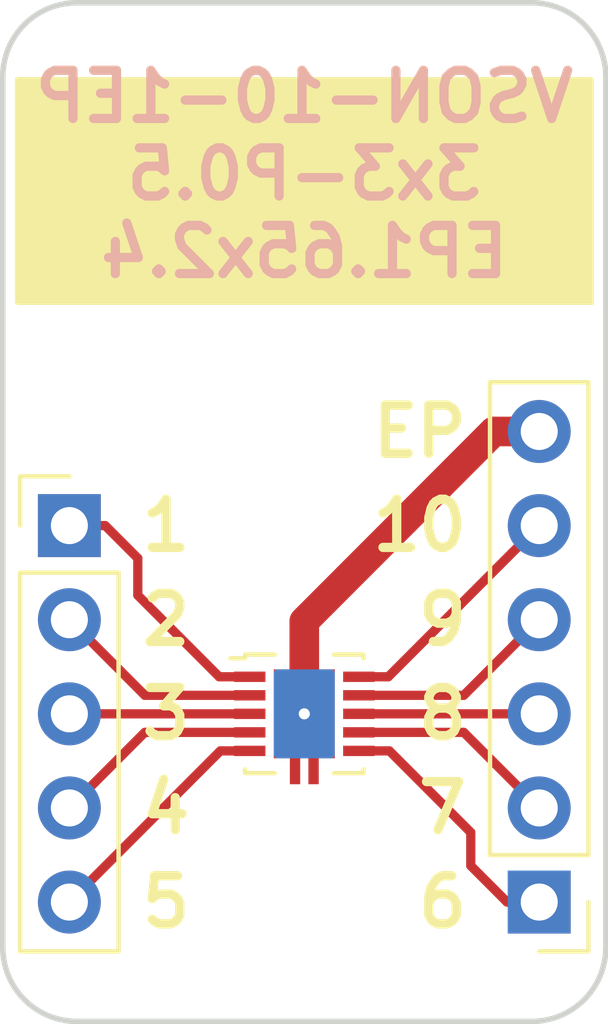
<source format=kicad_pcb>
(kicad_pcb (version 20171130) (host pcbnew 5.1.7-a382d34a8~87~ubuntu20.04.1)

  (general
    (thickness 1)
    (drawings 22)
    (tracks 32)
    (zones 0)
    (modules 3)
    (nets 12)
  )

  (page A4)
  (title_block
    (title BRK-VSON-10-1EP-3x3-P0.5-EP1.65x2.4)
    (rev v1.0)
    (company https://gekkio.fi)
  )

  (layers
    (0 F.Cu signal)
    (31 B.Cu signal)
    (32 B.Adhes user)
    (33 F.Adhes user)
    (34 B.Paste user)
    (35 F.Paste user)
    (36 B.SilkS user)
    (37 F.SilkS user)
    (38 B.Mask user)
    (39 F.Mask user)
    (40 Dwgs.User user)
    (41 Cmts.User user)
    (42 Eco1.User user)
    (43 Eco2.User user)
    (44 Edge.Cuts user)
    (45 Margin user)
    (46 B.CrtYd user)
    (47 F.CrtYd user)
    (48 B.Fab user)
    (49 F.Fab user)
  )

  (setup
    (last_trace_width 0.25)
    (trace_clearance 0.2)
    (zone_clearance 0.508)
    (zone_45_only no)
    (trace_min 0.2)
    (via_size 0.8)
    (via_drill 0.4)
    (via_min_size 0.4)
    (via_min_drill 0.3)
    (uvia_size 0.3)
    (uvia_drill 0.1)
    (uvias_allowed no)
    (uvia_min_size 0.2)
    (uvia_min_drill 0.1)
    (edge_width 0.05)
    (segment_width 0.2)
    (pcb_text_width 0.3)
    (pcb_text_size 1.5 1.5)
    (mod_edge_width 0.12)
    (mod_text_size 1 1)
    (mod_text_width 0.15)
    (pad_size 1.524 1.524)
    (pad_drill 0.762)
    (pad_to_mask_clearance 0)
    (aux_axis_origin 0 0)
    (visible_elements FFFFFF7F)
    (pcbplotparams
      (layerselection 0x010fc_ffffffff)
      (usegerberextensions false)
      (usegerberattributes true)
      (usegerberadvancedattributes true)
      (creategerberjobfile true)
      (excludeedgelayer true)
      (linewidth 0.150000)
      (plotframeref false)
      (viasonmask false)
      (mode 1)
      (useauxorigin false)
      (hpglpennumber 1)
      (hpglpenspeed 20)
      (hpglpendiameter 15.000000)
      (psnegative false)
      (psa4output false)
      (plotreference true)
      (plotvalue true)
      (plotinvisibletext false)
      (padsonsilk false)
      (subtractmaskfromsilk false)
      (outputformat 1)
      (mirror false)
      (drillshape 0)
      (scaleselection 1)
      (outputdirectory "gerber/"))
  )

  (net 0 "")
  (net 1 PIN1)
  (net 2 PIN2)
  (net 3 PIN3)
  (net 4 PIN4)
  (net 5 PIN5)
  (net 6 PIN6)
  (net 7 PIN7)
  (net 8 PIN8)
  (net 9 PIN9)
  (net 10 PIN10)
  (net 11 EP)

  (net_class Default "This is the default net class."
    (clearance 0.2)
    (trace_width 0.25)
    (via_dia 0.8)
    (via_drill 0.4)
    (uvia_dia 0.3)
    (uvia_drill 0.1)
    (add_net EP)
    (add_net PIN1)
    (add_net PIN10)
    (add_net PIN2)
    (add_net PIN3)
    (add_net PIN4)
    (add_net PIN5)
    (add_net PIN6)
    (add_net PIN7)
    (add_net PIN8)
    (add_net PIN9)
  )

  (module PinHeader_1x06_P2.54mm_Vertical (layer F.Cu) (tedit 59FED5CC) (tstamp 5F774D35)
    (at 106.35 105.08 180)
    (descr "Through hole straight pin header, 1x06, 2.54mm pitch, single row")
    (tags "Through hole pin header THT 1x06 2.54mm single row")
    (fp_text reference J2 (at 0 -2.33 180) (layer F.SilkS) hide
      (effects (font (size 1 1) (thickness 0.15)))
    )
    (fp_text value PinHeader_1x06_P2.54mm_Vertical (at 0 15.03 180) (layer F.Fab) hide
      (effects (font (size 1 1) (thickness 0.15)))
    )
    (fp_line (start 1.8 -1.8) (end -1.8 -1.8) (layer F.CrtYd) (width 0.05))
    (fp_line (start 1.8 14.5) (end 1.8 -1.8) (layer F.CrtYd) (width 0.05))
    (fp_line (start -1.8 14.5) (end 1.8 14.5) (layer F.CrtYd) (width 0.05))
    (fp_line (start -1.8 -1.8) (end -1.8 14.5) (layer F.CrtYd) (width 0.05))
    (fp_line (start -1.33 -1.33) (end 0 -1.33) (layer F.SilkS) (width 0.12))
    (fp_line (start -1.33 0) (end -1.33 -1.33) (layer F.SilkS) (width 0.12))
    (fp_line (start -1.33 1.27) (end 1.33 1.27) (layer F.SilkS) (width 0.12))
    (fp_line (start 1.33 1.27) (end 1.33 14.03) (layer F.SilkS) (width 0.12))
    (fp_line (start -1.33 1.27) (end -1.33 14.03) (layer F.SilkS) (width 0.12))
    (fp_line (start -1.33 14.03) (end 1.33 14.03) (layer F.SilkS) (width 0.12))
    (fp_line (start -1.27 -0.635) (end -0.635 -1.27) (layer F.Fab) (width 0.1))
    (fp_line (start -1.27 13.97) (end -1.27 -0.635) (layer F.Fab) (width 0.1))
    (fp_line (start 1.27 13.97) (end -1.27 13.97) (layer F.Fab) (width 0.1))
    (fp_line (start 1.27 -1.27) (end 1.27 13.97) (layer F.Fab) (width 0.1))
    (fp_line (start -0.635 -1.27) (end 1.27 -1.27) (layer F.Fab) (width 0.1))
    (fp_text user %R (at 0 6.35 270) (layer F.Fab)
      (effects (font (size 1 1) (thickness 0.15)))
    )
    (pad 6 thru_hole oval (at 0 12.7 180) (size 1.7 1.7) (drill 1) (layers *.Cu *.Mask)
      (net 11 EP))
    (pad 5 thru_hole oval (at 0 10.16 180) (size 1.7 1.7) (drill 1) (layers *.Cu *.Mask)
      (net 10 PIN10))
    (pad 4 thru_hole oval (at 0 7.62 180) (size 1.7 1.7) (drill 1) (layers *.Cu *.Mask)
      (net 9 PIN9))
    (pad 3 thru_hole oval (at 0 5.08 180) (size 1.7 1.7) (drill 1) (layers *.Cu *.Mask)
      (net 8 PIN8))
    (pad 2 thru_hole oval (at 0 2.54 180) (size 1.7 1.7) (drill 1) (layers *.Cu *.Mask)
      (net 7 PIN7))
    (pad 1 thru_hole rect (at 0 0 180) (size 1.7 1.7) (drill 1) (layers *.Cu *.Mask)
      (net 6 PIN6))
    (model ${KISYS3DMOD}/Connector_PinHeader_2.54mm.3dshapes/PinHeader_1x06_P2.54mm_Vertical.wrl
      (at (xyz 0 0 0))
      (scale (xyz 1 1 1))
      (rotate (xyz 0 0 0))
    )
  )

  (module PinHeader_1x05_P2.54mm_Vertical (layer F.Cu) (tedit 59FED5CC) (tstamp 5F774D1D)
    (at 93.65 94.92)
    (descr "Through hole straight pin header, 1x05, 2.54mm pitch, single row")
    (tags "Through hole pin header THT 1x05 2.54mm single row")
    (fp_text reference J1 (at 0 -2.33) (layer F.SilkS) hide
      (effects (font (size 1 1) (thickness 0.15)))
    )
    (fp_text value PinHeader_1x05_P2.54mm_Vertical (at 0 12.49) (layer F.Fab) hide
      (effects (font (size 1 1) (thickness 0.15)))
    )
    (fp_line (start 1.8 -1.8) (end -1.8 -1.8) (layer F.CrtYd) (width 0.05))
    (fp_line (start 1.8 11.95) (end 1.8 -1.8) (layer F.CrtYd) (width 0.05))
    (fp_line (start -1.8 11.95) (end 1.8 11.95) (layer F.CrtYd) (width 0.05))
    (fp_line (start -1.8 -1.8) (end -1.8 11.95) (layer F.CrtYd) (width 0.05))
    (fp_line (start -1.33 -1.33) (end 0 -1.33) (layer F.SilkS) (width 0.12))
    (fp_line (start -1.33 0) (end -1.33 -1.33) (layer F.SilkS) (width 0.12))
    (fp_line (start -1.33 1.27) (end 1.33 1.27) (layer F.SilkS) (width 0.12))
    (fp_line (start 1.33 1.27) (end 1.33 11.49) (layer F.SilkS) (width 0.12))
    (fp_line (start -1.33 1.27) (end -1.33 11.49) (layer F.SilkS) (width 0.12))
    (fp_line (start -1.33 11.49) (end 1.33 11.49) (layer F.SilkS) (width 0.12))
    (fp_line (start -1.27 -0.635) (end -0.635 -1.27) (layer F.Fab) (width 0.1))
    (fp_line (start -1.27 11.43) (end -1.27 -0.635) (layer F.Fab) (width 0.1))
    (fp_line (start 1.27 11.43) (end -1.27 11.43) (layer F.Fab) (width 0.1))
    (fp_line (start 1.27 -1.27) (end 1.27 11.43) (layer F.Fab) (width 0.1))
    (fp_line (start -0.635 -1.27) (end 1.27 -1.27) (layer F.Fab) (width 0.1))
    (fp_text user %R (at 0 5.08 90) (layer F.Fab)
      (effects (font (size 1 1) (thickness 0.15)))
    )
    (pad 5 thru_hole oval (at 0 10.16) (size 1.7 1.7) (drill 1) (layers *.Cu *.Mask)
      (net 5 PIN5))
    (pad 4 thru_hole oval (at 0 7.62) (size 1.7 1.7) (drill 1) (layers *.Cu *.Mask)
      (net 4 PIN4))
    (pad 3 thru_hole oval (at 0 5.08) (size 1.7 1.7) (drill 1) (layers *.Cu *.Mask)
      (net 3 PIN3))
    (pad 2 thru_hole oval (at 0 2.54) (size 1.7 1.7) (drill 1) (layers *.Cu *.Mask)
      (net 2 PIN2))
    (pad 1 thru_hole rect (at 0 0) (size 1.7 1.7) (drill 1) (layers *.Cu *.Mask)
      (net 1 PIN1))
    (model ${KISYS3DMOD}/Connector_PinHeader_2.54mm.3dshapes/PinHeader_1x05_P2.54mm_Vertical.wrl
      (at (xyz 0 0 0))
      (scale (xyz 1 1 1))
      (rotate (xyz 0 0 0))
    )
  )

  (module VSON-10-1EP_3x3mm_P0.5mm_EP1.65x2.4mm (layer F.Cu) (tedit 5A65EDEB) (tstamp 5F774AC6)
    (at 100 100)
    (descr "VSON 10 Thermal on 11 3x3mm Pitch 0.5mm http://chip.tomsk.ru/chip/chipdoc.nsf/Package/D8A64DD165C2AAD9472579400024FC41!OpenDocument")
    (tags "VSON 10 Thermal on 11 3x3mm Pitch 0.5mm")
    (attr smd)
    (fp_text reference U1 (at 0 -2.9) (layer F.SilkS) hide
      (effects (font (size 1 1) (thickness 0.15)))
    )
    (fp_text value VSON-10-1EP_3x3mm_P0.5mm_EP1.65x2.4mm (at 0 3) (layer F.Fab) hide
      (effects (font (size 1 1) (thickness 0.15)))
    )
    (fp_line (start -0.5 -1.5) (end 1.5 -1.5) (layer F.Fab) (width 0.1))
    (fp_line (start 1.5 -1.5) (end 1.5 1.5) (layer F.Fab) (width 0.1))
    (fp_line (start -1.5 -0.5) (end -1.5 1.5) (layer F.Fab) (width 0.1))
    (fp_line (start -1.5 1.5) (end 1.5 1.5) (layer F.Fab) (width 0.1))
    (fp_line (start -0.8 -1.6) (end -1.6 -1.6) (layer F.SilkS) (width 0.12))
    (fp_line (start -1.6 -1.6) (end -1.6 -1.5) (layer F.SilkS) (width 0.12))
    (fp_line (start 0.8 -1.6) (end 1.6 -1.6) (layer F.SilkS) (width 0.12))
    (fp_line (start 1.6 -1.6) (end 1.6 -1.5) (layer F.SilkS) (width 0.12))
    (fp_line (start -1.6 1.5) (end -1.6 1.6) (layer F.SilkS) (width 0.12))
    (fp_line (start -1.6 1.6) (end -0.8 1.6) (layer F.SilkS) (width 0.12))
    (fp_line (start 0.8 1.6) (end 1.6 1.6) (layer F.SilkS) (width 0.12))
    (fp_line (start 1.6 1.6) (end 1.6 1.5) (layer F.SilkS) (width 0.12))
    (fp_line (start -2.15 -2.15) (end 2.15 -2.15) (layer F.CrtYd) (width 0.05))
    (fp_line (start 2.15 -2.15) (end 2.15 2.15) (layer F.CrtYd) (width 0.05))
    (fp_line (start 2.15 2.15) (end -2.15 2.15) (layer F.CrtYd) (width 0.05))
    (fp_line (start -2.15 2.15) (end -2.15 -2.15) (layer F.CrtYd) (width 0.05))
    (fp_line (start -1.6 -1.5) (end -2 -1.5) (layer F.SilkS) (width 0.12))
    (fp_line (start -1.5 -0.5) (end -0.5 -1.5) (layer F.Fab) (width 0.1))
    (fp_text user %R (at 0 0) (layer F.Fab)
      (effects (font (size 0.8 0.8) (thickness 0.1)))
    )
    (pad "" smd rect (at 0.4125 -0.8) (size 0.64 0.64) (layers F.Paste))
    (pad "" smd rect (at -0.4125 -0.8) (size 0.64 0.64) (layers F.Paste))
    (pad "" smd rect (at 0.4125 0) (size 0.64 0.64) (layers F.Paste))
    (pad "" smd rect (at -0.4125 0) (size 0.64 0.64) (layers F.Paste))
    (pad "" smd rect (at -0.4125 0.8) (size 0.64 0.64) (layers F.Paste))
    (pad 11 smd rect (at 0.25 1.55) (size 0.28 0.7) (layers F.Cu F.Paste F.Mask)
      (net 11 EP))
    (pad 11 smd rect (at 0.25 -1.55) (size 0.28 0.7) (layers F.Cu F.Paste F.Mask)
      (net 11 EP))
    (pad 11 smd rect (at -0.25 1.55) (size 0.28 0.7) (layers F.Cu F.Paste F.Mask)
      (net 11 EP))
    (pad 11 smd rect (at -0.25 -1.55) (size 0.28 0.7) (layers F.Cu F.Paste F.Mask)
      (net 11 EP))
    (pad "" smd rect (at 0.4125 0.8) (size 0.64 0.64) (layers F.Paste))
    (pad 11 smd rect (at 0 0) (size 1.65 2.4) (layers F.Cu F.Mask)
      (net 11 EP))
    (pad 10 smd rect (at 1.475 -1) (size 0.85 0.28) (layers F.Cu F.Paste F.Mask)
      (net 10 PIN10))
    (pad 9 smd rect (at 1.475 -0.5) (size 0.85 0.28) (layers F.Cu F.Paste F.Mask)
      (net 9 PIN9))
    (pad 8 smd rect (at 1.475 0) (size 0.85 0.28) (layers F.Cu F.Paste F.Mask)
      (net 8 PIN8))
    (pad 7 smd rect (at 1.475 0.5) (size 0.85 0.28) (layers F.Cu F.Paste F.Mask)
      (net 7 PIN7))
    (pad 6 smd rect (at 1.475 1) (size 0.85 0.28) (layers F.Cu F.Paste F.Mask)
      (net 6 PIN6))
    (pad 5 smd rect (at -1.475 1) (size 0.85 0.28) (layers F.Cu F.Paste F.Mask)
      (net 5 PIN5))
    (pad 4 smd rect (at -1.475 0.5) (size 0.85 0.28) (layers F.Cu F.Paste F.Mask)
      (net 4 PIN4))
    (pad 3 smd rect (at -1.475 0) (size 0.85 0.28) (layers F.Cu F.Paste F.Mask)
      (net 3 PIN3))
    (pad 2 smd rect (at -1.475 -0.5) (size 0.85 0.28) (layers F.Cu F.Paste F.Mask)
      (net 2 PIN2))
    (pad 1 smd rect (at -1.475 -1) (size 0.85 0.28) (layers F.Cu F.Paste F.Mask)
      (net 1 PIN1))
    (model ${KISYS3DMOD}/Package_SON.3dshapes/VSON-10-1EP_3x3mm_P0.5mm_EP1.65x2.4mm.wrl
      (at (xyz 0 0 0))
      (scale (xyz 1 1 1))
      (rotate (xyz 0 0 0))
    )
  )

  (gr_arc (start 106.15 82.81) (end 106.15 80.81) (angle 90) (layer Edge.Cuts) (width 0.15))
  (gr_arc (start 93.85 82.81) (end 91.85 82.81) (angle 90) (layer Edge.Cuts) (width 0.15))
  (gr_arc (start 93.85 106.3) (end 93.85 108.3) (angle 90) (layer Edge.Cuts) (width 0.15))
  (gr_arc (start 106.15 106.3) (end 108.15 106.3) (angle 90) (layer Edge.Cuts) (width 0.15))
  (gr_line (start 93.85 108.3) (end 106.15 108.3) (layer Edge.Cuts) (width 0.15))
  (gr_line (start 93.85 80.81) (end 106.15 80.81) (layer Edge.Cuts) (width 0.15))
  (gr_line (start 108.15 106.3) (end 108.15 82.81) (layer Edge.Cuts) (width 0.15))
  (gr_line (start 91.85 82.81) (end 91.85 106.3) (layer Edge.Cuts) (width 0.15))
  (gr_text EP (at 104.52 92.38) (layer F.SilkS)
    (effects (font (size 1.3 1.3) (thickness 0.25)) (justify right))
  )
  (gr_text 10 (at 104.52 94.92) (layer F.SilkS)
    (effects (font (size 1.3 1.3) (thickness 0.25)) (justify right))
  )
  (gr_text 9 (at 104.52 97.46) (layer F.SilkS)
    (effects (font (size 1.3 1.3) (thickness 0.25)) (justify right))
  )
  (gr_text 8 (at 104.52 100) (layer F.SilkS)
    (effects (font (size 1.3 1.3) (thickness 0.25)) (justify right))
  )
  (gr_text 7 (at 104.52 102.54) (layer F.SilkS)
    (effects (font (size 1.3 1.3) (thickness 0.25)) (justify right))
  )
  (gr_text 6 (at 104.52 105.08) (layer F.SilkS)
    (effects (font (size 1.3 1.3) (thickness 0.25)) (justify right))
  )
  (gr_text 5 (at 95.48 105.08) (layer F.SilkS)
    (effects (font (size 1.3 1.3) (thickness 0.25)) (justify left))
  )
  (gr_text 4 (at 95.48 102.54) (layer F.SilkS)
    (effects (font (size 1.3 1.3) (thickness 0.25)) (justify left))
  )
  (gr_text 3 (at 95.48 100) (layer F.SilkS)
    (effects (font (size 1.3 1.3) (thickness 0.25)) (justify left))
  )
  (gr_text 2 (at 95.48 97.46) (layer F.SilkS)
    (effects (font (size 1.3 1.3) (thickness 0.25)) (justify left))
  )
  (gr_text 1 (at 95.48 94.92) (layer F.SilkS)
    (effects (font (size 1.3 1.3) (thickness 0.25)) (justify left))
  )
  (gr_text "VSON-10-1EP\n3x3-P0.5\nEP1.65x2.4" (at 100 88.29) (layer B.SilkS)
    (effects (font (size 1.3 1.3) (thickness 0.25)) (justify bottom mirror))
  )
  (gr_poly (pts (xy 99.175 98.8) (xy 99.175 101.2) (xy 100.825 101.2) (xy 100.825 98.8)) (layer B.Mask) (width 0.1))
  (gr_poly (pts (xy 92.25 82.89) (xy 92.25 88.89) (xy 107.75 88.89) (xy 107.75 82.89)) (layer F.SilkS) (width 0.15))

  (segment (start 94.62 94.92) (end 93.65 94.92) (width 0.25) (layer F.Cu) (net 1))
  (segment (start 95.5 95.8) (end 94.62 94.92) (width 0.25) (layer F.Cu) (net 1))
  (segment (start 95.5 96.8) (end 95.5 95.8) (width 0.25) (layer F.Cu) (net 1))
  (segment (start 97.7 99) (end 95.5 96.8) (width 0.25) (layer F.Cu) (net 1))
  (segment (start 98.525 99) (end 97.7 99) (width 0.25) (layer F.Cu) (net 1))
  (segment (start 95.69 99.5) (end 93.65 97.46) (width 0.25) (layer F.Cu) (net 2))
  (segment (start 98.525 99.5) (end 95.69 99.5) (width 0.25) (layer F.Cu) (net 2))
  (segment (start 98.525 100) (end 93.65 100) (width 0.25) (layer F.Cu) (net 3))
  (segment (start 95.69 100.5) (end 93.65 102.54) (width 0.25) (layer F.Cu) (net 4))
  (segment (start 98.525 100.5) (end 95.69 100.5) (width 0.25) (layer F.Cu) (net 4))
  (segment (start 97.73 101) (end 93.65 105.08) (width 0.25) (layer F.Cu) (net 5))
  (segment (start 98.525 101) (end 97.73 101) (width 0.25) (layer F.Cu) (net 5))
  (segment (start 105.48 105.08) (end 106.35 105.08) (width 0.25) (layer F.Cu) (net 6))
  (segment (start 104.5 104.1) (end 105.48 105.08) (width 0.25) (layer F.Cu) (net 6))
  (segment (start 104.5 103.2) (end 104.5 104.1) (width 0.25) (layer F.Cu) (net 6))
  (segment (start 102.3 101) (end 104.5 103.2) (width 0.25) (layer F.Cu) (net 6))
  (segment (start 101.475 101) (end 102.3 101) (width 0.25) (layer F.Cu) (net 6))
  (segment (start 104.31 100.5) (end 106.35 102.54) (width 0.25) (layer F.Cu) (net 7))
  (segment (start 101.475 100.5) (end 104.31 100.5) (width 0.25) (layer F.Cu) (net 7))
  (segment (start 101.475 100) (end 106.35 100) (width 0.25) (layer F.Cu) (net 8))
  (segment (start 104.31 99.5) (end 106.35 97.46) (width 0.25) (layer F.Cu) (net 9))
  (segment (start 101.475 99.5) (end 104.31 99.5) (width 0.25) (layer F.Cu) (net 9))
  (segment (start 102.27 99) (end 106.35 94.92) (width 0.25) (layer F.Cu) (net 10))
  (segment (start 101.475 99) (end 102.27 99) (width 0.25) (layer F.Cu) (net 10))
  (via (at 100 100) (size 0.6) (drill 0.3) (layers F.Cu B.Cu) (net 11) (status 1000000))
  (segment (start 100 100) (end 100 97.5) (width 0.8) (layer F.Cu) (net 11) (status 1000000))
  (segment (start 100 97.5) (end 105.12 92.38) (width 0.8) (layer F.Cu) (net 11) (status 1000000))
  (segment (start 105.12 92.38) (end 106.35 92.38) (width 0.8) (layer F.Cu) (net 11) (status 1000000))
  (segment (start 99.75 100.25) (end 100 100) (width 0.25) (layer F.Cu) (net 11))
  (segment (start 99.75 101.55) (end 99.75 100.25) (width 0.25) (layer F.Cu) (net 11))
  (segment (start 100.25 100.25) (end 100 100) (width 0.25) (layer F.Cu) (net 11))
  (segment (start 100.25 101.55) (end 100.25 100.25) (width 0.25) (layer F.Cu) (net 11))

  (zone (net 11) (net_name EP) (layer B.Cu) (tstamp 5F774A8E) (hatch edge 0.508)
    (connect_pads yes (clearance 0.3))
    (min_thickness 0.2)
    (fill yes (arc_segments 32) (thermal_gap 0.508) (thermal_bridge_width 0.508))
    (polygon
      (pts
        (xy 99.175 98.8) (xy 99.175 101.2) (xy 100.825 101.2) (xy 100.825 98.8)
      )
    )
    (filled_polygon
      (pts
        (xy 100.725 101.1) (xy 99.275 101.1) (xy 99.275 98.9) (xy 100.725 98.9)
      )
    )
  )
)

</source>
